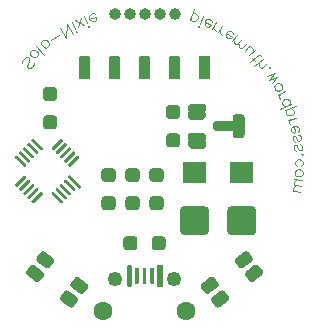
<source format=gbs>
G04 #@! TF.GenerationSoftware,KiCad,Pcbnew,(5.1.12)-1*
G04 #@! TF.CreationDate,2021-11-24T10:48:37+01:00*
G04 #@! TF.ProjectId,solo-nixie,736f6c6f-2d6e-4697-9869-652e6b696361,rev?*
G04 #@! TF.SameCoordinates,Original*
G04 #@! TF.FileFunction,Soldermask,Bot*
G04 #@! TF.FilePolarity,Negative*
%FSLAX46Y46*%
G04 Gerber Fmt 4.6, Leading zero omitted, Abs format (unit mm)*
G04 Created by KiCad (PCBNEW (5.1.12)-1) date 2021-11-24 10:48:37*
%MOMM*%
%LPD*%
G01*
G04 APERTURE LIST*
%ADD10C,0.120000*%
%ADD11O,1.000102X1.000102*%
%ADD12C,1.000102*%
%ADD13C,1.600102*%
%ADD14C,1.250102*%
G04 APERTURE END LIST*
D10*
X195867093Y-89344838D02*
X195973541Y-89342268D01*
X195689880Y-89945576D02*
X195623956Y-89861960D01*
X195192219Y-89733732D02*
X195447928Y-89118055D01*
X195925609Y-90003790D02*
X195819160Y-90006360D01*
X195100897Y-89953616D02*
X195126608Y-90015858D01*
X196113104Y-89828845D02*
X196072581Y-89915033D01*
X197552426Y-90983620D02*
X197434097Y-90903581D01*
X196849052Y-90376080D02*
X196881770Y-90506734D01*
X195988964Y-89980959D02*
X195925609Y-90003790D01*
X197077534Y-89902328D02*
X196734757Y-90474124D01*
X197434097Y-90903581D02*
X197381888Y-90810780D01*
X196532457Y-89608656D02*
X196216250Y-90195561D01*
X195623956Y-89861960D02*
X195578290Y-89735249D01*
X194868534Y-88900123D02*
X194734144Y-88851670D01*
X195595981Y-89585707D02*
X196113104Y-89828845D01*
X194963310Y-89339248D02*
X194995611Y-89249655D01*
X197450314Y-90454637D02*
X197569795Y-90362986D01*
X197396955Y-90533522D02*
X197450314Y-90454637D01*
X195126608Y-90015858D02*
X195064366Y-90041570D01*
X195038654Y-89979328D02*
X195100897Y-89953616D01*
X194999267Y-89099115D02*
X194941975Y-88977221D01*
X194995611Y-89249655D02*
X194999267Y-89099115D01*
X197724115Y-90984771D02*
X197657992Y-90997535D01*
X194941975Y-88977221D02*
X194868534Y-88900123D01*
X196425859Y-90308491D02*
X196551625Y-90376250D01*
X196102821Y-89403052D02*
X196168748Y-89486669D01*
X196351766Y-89944029D02*
X196325930Y-90092382D01*
X194734144Y-88851670D02*
X194628401Y-88864165D01*
X195740383Y-89390503D02*
X195867093Y-89344838D01*
X194748167Y-89514777D02*
X194870060Y-89457486D01*
X197356361Y-90678534D02*
X197396955Y-90533522D01*
X197870276Y-90853676D02*
X197816917Y-90932563D01*
X196938971Y-90596543D02*
X197061497Y-90669995D01*
X196364601Y-90221398D02*
X196425859Y-90308491D01*
X195819160Y-90006360D02*
X195689880Y-89945576D01*
X194628401Y-88864165D02*
X194506505Y-88921456D01*
X196168748Y-89486669D02*
X196214411Y-89613378D01*
X195595981Y-89585707D02*
X195636506Y-89499520D01*
X196072581Y-89915033D02*
X195988964Y-89980959D01*
X197381888Y-90810780D02*
X197356361Y-90678534D01*
X196881770Y-90506734D02*
X196938971Y-90596543D01*
X195064366Y-90041570D02*
X195038654Y-89979328D01*
X197657992Y-90997535D02*
X197552426Y-90983620D01*
X197816917Y-90932563D02*
X197724115Y-90984771D01*
X195636506Y-89499520D02*
X195740383Y-89390503D01*
X196881661Y-90229069D02*
X196849052Y-90376080D01*
X197396955Y-90533522D02*
X197870276Y-90853676D01*
X194870060Y-89457486D02*
X194963310Y-89339248D01*
X196325930Y-90092382D02*
X196364601Y-90221398D01*
X195973541Y-89342268D02*
X196102821Y-89403052D01*
X195578290Y-89735249D02*
X195595981Y-89585707D01*
X181467154Y-92229245D02*
X181464892Y-92363911D01*
X181067670Y-91953123D02*
X181202339Y-91955385D01*
X181815345Y-91220660D02*
X181927020Y-91131571D01*
X185808426Y-89242642D02*
X185808328Y-89092058D01*
X182402581Y-91422260D02*
X182387523Y-91556102D01*
X182165009Y-91124461D02*
X182291323Y-91206438D01*
X182126948Y-91763979D02*
X181993106Y-91748920D01*
X181346977Y-91625478D02*
X182007104Y-92376631D01*
X184764119Y-90482924D02*
X184700387Y-90461170D01*
X183943783Y-89784309D02*
X184431392Y-90657372D01*
X182572898Y-91154410D02*
X183283218Y-90674681D01*
X185100579Y-89224130D02*
X184887849Y-90044841D01*
X194642423Y-89527275D02*
X194748167Y-89514777D01*
X194508034Y-89478820D02*
X194642423Y-89527275D01*
X194434591Y-89401723D02*
X194508034Y-89478820D01*
X194377299Y-89279829D02*
X194434591Y-89401723D01*
X194328847Y-89414218D02*
X194668012Y-88473492D01*
X186184643Y-88865935D02*
X186305149Y-88926091D01*
X185943727Y-88896209D02*
X186079224Y-88850945D01*
X185838602Y-89332972D02*
X185808426Y-89242642D01*
X182231095Y-91741810D02*
X182126948Y-91763979D01*
X185734363Y-89940920D02*
X185795932Y-89968206D01*
X182031166Y-91109403D02*
X182165009Y-91124461D01*
X181202339Y-91955385D02*
X181335877Y-92024981D01*
X186410765Y-89242250D02*
X186395775Y-89347668D01*
X181993106Y-91748920D02*
X181866791Y-91666944D01*
X185868483Y-88971550D02*
X185943727Y-88896209D01*
X184785876Y-90419191D02*
X184764119Y-90482924D01*
X184620675Y-89434053D02*
X185367754Y-89834918D01*
X183361741Y-90109382D02*
X183849351Y-90982444D01*
X181464892Y-92363911D02*
X181429529Y-92464346D01*
X181335877Y-92024981D02*
X181402080Y-92093444D01*
X186079224Y-88850945D02*
X186184643Y-88865935D01*
X185808328Y-89092058D02*
X185868483Y-88971550D01*
X182291323Y-91206438D02*
X182350716Y-91280889D01*
X185929030Y-89453381D02*
X185838602Y-89332972D01*
X186049537Y-89513538D02*
X185929030Y-89453381D01*
X186154956Y-89528527D02*
X186049537Y-89513538D01*
X186290453Y-89483263D02*
X186154956Y-89528527D01*
X186380589Y-89151920D02*
X186410765Y-89242250D01*
X182342770Y-91652721D02*
X182231095Y-91741810D01*
X186365696Y-89407923D02*
X186290453Y-89483263D01*
X184617201Y-90183715D02*
X184323365Y-89585297D01*
X185838602Y-89332972D02*
X186380589Y-89151920D01*
X184722143Y-90397436D02*
X184785876Y-90419191D01*
X181807398Y-91592493D02*
X181755533Y-91451122D01*
X185648651Y-89718788D02*
X185408658Y-89096817D01*
X181770591Y-91317279D02*
X181815345Y-91220660D01*
X180966105Y-91985094D02*
X181067670Y-91953123D01*
X183849351Y-90982444D02*
X183943783Y-89784309D01*
X181866791Y-91666944D02*
X181807398Y-91592493D01*
X181755533Y-91451122D02*
X181770591Y-91317279D01*
X181402080Y-92093444D02*
X181467154Y-92229245D01*
X182387523Y-91556102D02*
X182342770Y-91652721D01*
X186395775Y-89347668D02*
X186365696Y-89407923D01*
X181927020Y-91131571D02*
X182031166Y-91109403D01*
X185768647Y-90029774D02*
X185707077Y-90002489D01*
X184700387Y-90461170D02*
X184722143Y-90397436D01*
X180863407Y-92084399D02*
X180966105Y-91985094D01*
X185795932Y-89968206D02*
X185768647Y-90029774D01*
X181429529Y-92464346D02*
X181326831Y-92563653D01*
X182350716Y-91280889D02*
X182402581Y-91422260D01*
X180828045Y-92184834D02*
X180863407Y-92084399D01*
X185707077Y-90002489D02*
X185734363Y-89940920D01*
X180605894Y-93198137D02*
X180726401Y-92922128D01*
X180581020Y-93368018D02*
X180577518Y-93300767D01*
X180690649Y-93530899D02*
X180619896Y-93467146D01*
X181143916Y-93170139D02*
X181083664Y-93308144D01*
X181136917Y-93035633D02*
X181143916Y-93170139D01*
X181326831Y-92563653D02*
X181225265Y-92595624D01*
X181083664Y-93308144D02*
X180956157Y-93449649D01*
X180825783Y-92319503D02*
X180828045Y-92184834D01*
X180890857Y-92455302D02*
X180825783Y-92319503D01*
X180751278Y-92752247D02*
X180712403Y-92653118D01*
X180957059Y-92523767D02*
X180890857Y-92455302D01*
X180213259Y-92780245D02*
X180153005Y-92918251D01*
X180340764Y-92638740D02*
X180213259Y-92780245D01*
X180577518Y-93300767D02*
X180605894Y-93198137D01*
X180956157Y-93449649D02*
X180825152Y-93523900D01*
X181090597Y-92593361D02*
X180957059Y-92523767D01*
X181225265Y-92595624D02*
X181090597Y-92593361D01*
X180153005Y-92918251D02*
X180160005Y-93052754D01*
X180712403Y-92653118D02*
X180606274Y-92557489D01*
X180754779Y-92819500D02*
X180751278Y-92752247D01*
X180471769Y-92564489D02*
X180340764Y-92638740D01*
X180726401Y-92922128D02*
X180754779Y-92819500D01*
X180619896Y-93467146D02*
X180581020Y-93368018D01*
X180825152Y-93523900D02*
X180690649Y-93530899D01*
X180606274Y-92557489D02*
X180471769Y-92564489D01*
X200150853Y-93215919D02*
X200174606Y-93319715D01*
X200170378Y-93014834D02*
X200150853Y-93215919D01*
X197925937Y-90431411D02*
X197978145Y-90524214D01*
X199300544Y-91732729D02*
X199433885Y-91662756D01*
X198457813Y-91589359D02*
X198501987Y-91686245D01*
X198843941Y-91717571D02*
X199143132Y-91347109D01*
X198717137Y-91798792D02*
X198843941Y-91717571D01*
X198094478Y-91357136D02*
X198205617Y-91446892D01*
X197978145Y-90524214D02*
X198003672Y-90656458D01*
X197702042Y-90337458D02*
X197807608Y-90351374D01*
X201070510Y-93442658D02*
X201137116Y-93452583D01*
X198050304Y-91260251D02*
X198094478Y-91357136D01*
X200174606Y-93319715D02*
X200265386Y-93430018D01*
X198205617Y-91446892D02*
X198309628Y-91469683D01*
X199674165Y-91893792D02*
X199678127Y-92095783D01*
X198970495Y-92075987D02*
X199300544Y-91732729D01*
X200503239Y-93419282D02*
X200870922Y-93116679D01*
X201663219Y-95387346D02*
X201575244Y-95327362D01*
X202087910Y-94877890D02*
X202157491Y-95002659D01*
X202023921Y-95349763D02*
X201940744Y-95396149D01*
X202162290Y-95109028D02*
X202125496Y-95238593D01*
X201999936Y-94817906D02*
X202087910Y-94877890D01*
X200538058Y-92712231D02*
X199765928Y-93347696D01*
X199638517Y-91793455D02*
X199674165Y-91893792D01*
X199593196Y-92677972D02*
X199819630Y-92922591D01*
X198501987Y-91686245D02*
X198613126Y-91776000D01*
X198028921Y-91059355D02*
X198050304Y-91260251D01*
X201537659Y-94966659D02*
X201639231Y-94855490D01*
X199445618Y-93009243D02*
X200039696Y-92459331D01*
X197807608Y-90351374D02*
X197925937Y-90431411D01*
X198309628Y-91469683D02*
X198436432Y-91388464D01*
X201050745Y-94476899D02*
X201712560Y-94270195D01*
X200841645Y-94158462D02*
X201503463Y-93951759D01*
X198436432Y-91388464D02*
X198457813Y-91589359D01*
X200176881Y-92397233D02*
X200276523Y-92434776D01*
X198328113Y-90688892D02*
X197909246Y-91207540D01*
X198613126Y-91776000D02*
X198717137Y-91798792D01*
X201914762Y-95861209D02*
X201913550Y-95967679D01*
X201958802Y-95733925D02*
X201914762Y-95861209D01*
X199433885Y-91662756D02*
X199535540Y-91694442D01*
X202066486Y-95628663D02*
X201958802Y-95733925D01*
X198436432Y-91388464D02*
X198735621Y-91018002D01*
X202409136Y-95462180D02*
X201809500Y-95753525D01*
X201505664Y-95202595D02*
X201500867Y-95096224D01*
X201060584Y-93509264D02*
X201070510Y-93442658D01*
X199535540Y-91694442D02*
X199638517Y-91793455D01*
X201575244Y-95327362D02*
X201505664Y-95202595D01*
X201792783Y-95424139D02*
X201663219Y-95387346D01*
X200362675Y-93473294D02*
X200503239Y-93419282D01*
X197569795Y-90362986D02*
X197702042Y-90337458D01*
X201940744Y-95396149D02*
X201792783Y-95424139D01*
X202125496Y-95238593D02*
X202023921Y-95349763D01*
X202157491Y-95002659D02*
X202162290Y-95109028D01*
X199348078Y-92439040D02*
X199810147Y-91958481D01*
X201870371Y-94781114D02*
X201999936Y-94817906D01*
X201722411Y-94809103D02*
X201870371Y-94781114D01*
X200039696Y-92459331D02*
X200176881Y-92397233D01*
X201639231Y-94855490D02*
X201722411Y-94809103D01*
X201500867Y-95096224D02*
X201537659Y-94966659D01*
X201712560Y-94270195D02*
X201259842Y-94795338D01*
X201503463Y-93951759D02*
X201050745Y-94476899D01*
X201137116Y-93452583D02*
X201127192Y-93519191D01*
X200265386Y-93430018D02*
X200362675Y-93473294D01*
X200276523Y-92434776D02*
X200341217Y-92504669D01*
X203901820Y-101605967D02*
X203854108Y-101701160D01*
X203279394Y-99993373D02*
X203378759Y-100031645D01*
X203252907Y-102516668D02*
X203211698Y-102418487D01*
X203757958Y-99995122D02*
X203658593Y-99956852D01*
X203576055Y-102681276D02*
X203481025Y-102674971D01*
X203235294Y-101462454D02*
X203283007Y-101367264D01*
X203853397Y-102987231D02*
X203194484Y-102885855D01*
X203303090Y-103432538D02*
X203773743Y-103504951D01*
X203219825Y-103034292D02*
X203158277Y-103121181D01*
X203211698Y-102418487D02*
X203221155Y-102275943D01*
X203481025Y-102674971D02*
X203341633Y-102618000D01*
X203832748Y-100274954D02*
X203819054Y-100132756D01*
X203661412Y-100482816D02*
X203708810Y-100478248D01*
X203886358Y-102320070D02*
X203876903Y-102462613D01*
X203522000Y-102057281D02*
X203617031Y-102063584D01*
X203505516Y-100354311D02*
X203562047Y-100444545D01*
X203901961Y-101463111D02*
X203901820Y-101605967D01*
X203435289Y-100121877D02*
X203505516Y-100354311D01*
X203708810Y-100478248D02*
X203799045Y-100421719D01*
X203521244Y-101224642D02*
X203616482Y-101224734D01*
X203819054Y-100132756D02*
X203757958Y-99995122D01*
X203721751Y-102643218D02*
X203576055Y-102681276D01*
X203235155Y-101605312D02*
X203235294Y-101462454D01*
X203845147Y-102221889D02*
X203886358Y-102320070D01*
X203756421Y-102120557D02*
X203845147Y-102221889D01*
X203617031Y-102063584D02*
X203756421Y-102120557D01*
X203759290Y-101272495D02*
X203854435Y-101367826D01*
X203378339Y-101272121D02*
X203521244Y-101224642D01*
X203378759Y-100031645D02*
X203435289Y-100121877D01*
X203562047Y-100444545D02*
X203661412Y-100482816D01*
X203089482Y-103881467D02*
X203223436Y-103950254D01*
X203854435Y-101367826D02*
X203901961Y-101463111D01*
X203876903Y-102462613D02*
X203823084Y-102554492D01*
X203056899Y-103780094D02*
X203089482Y-103881467D01*
X203274972Y-102184066D02*
X203376304Y-102095339D01*
X203616482Y-101224734D02*
X203759290Y-101272495D01*
X203136554Y-103262377D02*
X203169135Y-103363747D01*
X203823084Y-102554492D02*
X203721751Y-102643218D01*
X203283007Y-101367264D02*
X203378339Y-101272121D01*
X203876755Y-100796921D02*
X203831498Y-100846791D01*
X203223436Y-103950254D02*
X203694089Y-104022667D01*
X203140171Y-103552009D02*
X203078623Y-103638898D01*
X203382745Y-102914819D02*
X203219825Y-103034292D01*
X203854108Y-101701160D02*
X203758775Y-101796304D01*
X203341633Y-102618000D02*
X203252907Y-102516668D01*
X203377824Y-101795929D02*
X203282679Y-101700597D01*
X203078623Y-103638898D02*
X203056899Y-103780094D01*
X203282679Y-101700597D02*
X203235155Y-101605312D01*
X203826890Y-100751663D02*
X203876755Y-100796921D01*
X203781631Y-100801530D02*
X203826890Y-100751663D01*
X203376304Y-102095339D02*
X203522000Y-102057281D01*
X203799045Y-100421719D02*
X203832748Y-100274954D01*
X203303090Y-103432538D02*
X203140171Y-103552009D01*
X203169135Y-103363747D02*
X203303090Y-103432538D01*
X203221155Y-102275943D02*
X203274972Y-102184066D01*
X203158277Y-103121181D02*
X203136554Y-103262377D01*
X202916956Y-98579109D02*
X202989376Y-98465550D01*
X202921889Y-98821871D02*
X202891034Y-98682386D01*
X203125739Y-97273614D02*
X203140053Y-97168100D01*
X202988955Y-98904575D02*
X202921889Y-98821871D01*
X203242001Y-98946138D02*
X203149012Y-98966709D01*
X202694572Y-96167683D02*
X202775233Y-96237195D01*
X202401459Y-97067911D02*
X203347883Y-96744983D01*
X202953885Y-97812787D02*
X202829104Y-97897084D01*
X203140053Y-97168100D02*
X203093918Y-97032897D01*
X202946533Y-97485706D02*
X203066358Y-97394505D01*
X203320792Y-97710302D02*
X202678704Y-97889653D01*
X202705815Y-97517525D02*
X202856396Y-97516460D01*
X203361337Y-98383266D02*
X203474896Y-98455685D01*
X202829104Y-97897084D02*
X202763001Y-98014432D01*
X202830315Y-96369005D02*
X202823101Y-96475240D01*
X202891034Y-98682386D02*
X202916956Y-98579109D01*
X203404896Y-99571331D02*
X203466732Y-99658015D01*
X203169152Y-100338868D02*
X203155458Y-100196668D01*
X202218483Y-96263420D02*
X202331931Y-96164400D01*
X202462969Y-97248183D02*
X202509102Y-97383387D01*
X203068212Y-99576075D02*
X203046019Y-99434951D01*
X203137445Y-99709798D02*
X203068212Y-99576075D01*
X203211566Y-98367626D02*
X203361337Y-98383266D01*
X203149012Y-98966709D02*
X203045735Y-98940784D01*
X202536663Y-97021779D02*
X202477283Y-97142670D01*
X202509102Y-97383387D02*
X202584925Y-97458144D01*
X203018096Y-96958139D02*
X202897204Y-96898759D01*
X203541961Y-98538388D02*
X203572821Y-98677874D01*
X202763001Y-98014432D02*
X202742758Y-98118970D01*
X203066358Y-97394505D02*
X203125739Y-97273614D01*
X202477283Y-97142670D02*
X202462969Y-97248183D01*
X203704592Y-99331384D02*
X203635358Y-99197659D01*
X203701937Y-99621027D02*
X203726785Y-99472506D01*
X203118575Y-98388199D02*
X203242001Y-98946138D01*
X203546897Y-98781148D02*
X203474476Y-98894711D01*
X203093918Y-97032897D02*
X203018096Y-96958139D01*
X203045735Y-98940784D02*
X202988955Y-98904575D01*
X202823101Y-96475240D02*
X202771949Y-96599836D01*
X202989376Y-98465550D02*
X203118575Y-98388199D01*
X202331931Y-96164400D02*
X202419804Y-96127678D01*
X203189161Y-100049904D02*
X203279394Y-99993373D01*
X202742758Y-98118970D02*
X202781191Y-98256560D01*
X203155458Y-100196668D02*
X203189161Y-100049904D01*
X203329614Y-100514771D02*
X203230249Y-100476502D01*
X203466732Y-99658015D02*
X203568212Y-99690262D01*
X203118575Y-98388199D02*
X203211566Y-98367626D01*
X203320866Y-99343524D02*
X203404896Y-99571331D01*
X202856396Y-97516460D02*
X202946533Y-97485706D01*
X202569976Y-96116531D02*
X202694572Y-96167683D01*
X202775233Y-96237195D02*
X202830315Y-96369005D01*
X203230249Y-100476502D02*
X203169152Y-100338868D01*
X203635358Y-99197659D02*
X203533879Y-99165413D01*
X203726785Y-99472506D02*
X203704592Y-99331384D01*
X203474896Y-98455685D02*
X203541961Y-98538388D01*
X202584925Y-97458144D02*
X202705815Y-97517525D01*
X202419804Y-96127678D02*
X202569976Y-96116531D01*
X203572821Y-98677874D02*
X203546897Y-98781148D01*
X203615253Y-99682864D02*
X203701937Y-99621027D01*
X203568212Y-99690262D02*
X203615253Y-99682864D01*
X203259031Y-99256840D02*
X203320866Y-99343524D01*
X203157550Y-99224596D02*
X203259031Y-99256840D01*
X203070868Y-99286429D02*
X203157550Y-99224596D01*
X203046019Y-99434951D02*
X203070868Y-99286429D01*
X203238925Y-99742045D02*
X203137445Y-99709798D01*
X201913550Y-95967679D02*
X201975981Y-96096173D01*
X202167333Y-96388017D02*
X202218483Y-96263420D01*
X202160117Y-96494251D02*
X202167333Y-96388017D01*
X202295860Y-96695573D02*
X202215199Y-96626062D01*
X201981088Y-96930338D02*
X202903760Y-96544752D01*
X202215199Y-96626062D02*
X202160117Y-96494251D01*
X202420454Y-96746725D02*
X202295860Y-96695573D01*
G36*
G01*
X197472949Y-107238534D02*
X197472949Y-105613466D01*
G75*
G02*
X197910466Y-105175949I437517J0D01*
G01*
X199535534Y-105175949D01*
G75*
G02*
X199973051Y-105613466I0J-437517D01*
G01*
X199973051Y-107238534D01*
G75*
G02*
X199535534Y-107676051I-437517J0D01*
G01*
X197910466Y-107676051D01*
G75*
G02*
X197472949Y-107238534I0J437517D01*
G01*
G37*
G36*
G01*
X193472949Y-107238534D02*
X193472949Y-105613466D01*
G75*
G02*
X193910466Y-105175949I437517J0D01*
G01*
X195535534Y-105175949D01*
G75*
G02*
X195973051Y-105613466I0J-437517D01*
G01*
X195973051Y-107238534D01*
G75*
G02*
X195535534Y-107676051I-437517J0D01*
G01*
X193910466Y-107676051D01*
G75*
G02*
X193472949Y-107238534I0J437517D01*
G01*
G37*
D11*
X187960000Y-88900000D03*
X189230000Y-88900000D03*
X190500000Y-88900000D03*
X191770000Y-88900000D03*
D12*
X193040000Y-88900000D03*
G36*
G01*
X197964949Y-99175026D02*
X197964949Y-97674974D01*
G75*
G02*
X198214974Y-97424949I250025J0D01*
G01*
X198715026Y-97424949D01*
G75*
G02*
X198965051Y-97674974I0J-250025D01*
G01*
X198965051Y-99175026D01*
G75*
G02*
X198715026Y-99425051I-250025J0D01*
G01*
X198214974Y-99425051D01*
G75*
G02*
X197964949Y-99175026I0J250025D01*
G01*
G37*
G36*
G01*
X194214949Y-97125026D02*
X194214949Y-96724974D01*
G75*
G02*
X194414974Y-96524949I200025J0D01*
G01*
X195515026Y-96524949D01*
G75*
G02*
X195715051Y-96724974I0J-200025D01*
G01*
X195715051Y-97125026D01*
G75*
G02*
X195515026Y-97325051I-200025J0D01*
G01*
X194414974Y-97325051D01*
G75*
G02*
X194214949Y-97125026I0J200025D01*
G01*
G37*
G36*
G01*
X194214949Y-100125026D02*
X194214949Y-99724974D01*
G75*
G02*
X194414974Y-99524949I200025J0D01*
G01*
X195515026Y-99524949D01*
G75*
G02*
X195715051Y-99724974I0J-200025D01*
G01*
X195715051Y-100125026D01*
G75*
G02*
X195515026Y-100325051I-200025J0D01*
G01*
X194414974Y-100325051D01*
G75*
G02*
X194214949Y-100125026I0J200025D01*
G01*
G37*
G36*
G01*
X196264949Y-98625026D02*
X196264949Y-98224974D01*
G75*
G02*
X196464974Y-98024949I200025J0D01*
G01*
X198565026Y-98024949D01*
G75*
G02*
X198765051Y-98224974I0J-200025D01*
G01*
X198765051Y-98625026D01*
G75*
G02*
X198565026Y-98825051I-200025J0D01*
G01*
X196464974Y-98825051D01*
G75*
G02*
X196264949Y-98625026I0J200025D01*
G01*
G37*
G36*
G01*
X194164949Y-97675026D02*
X194164949Y-97274974D01*
G75*
G02*
X194364974Y-97074949I200025J0D01*
G01*
X195465026Y-97074949D01*
G75*
G02*
X195665051Y-97274974I0J-200025D01*
G01*
X195665051Y-97675026D01*
G75*
G02*
X195465026Y-97875051I-200025J0D01*
G01*
X194364974Y-97875051D01*
G75*
G02*
X194164949Y-97675026I0J200025D01*
G01*
G37*
G36*
G01*
X194164949Y-99575026D02*
X194164949Y-99174974D01*
G75*
G02*
X194364974Y-98974949I200025J0D01*
G01*
X195465026Y-98974949D01*
G75*
G02*
X195665051Y-99174974I0J-200025D01*
G01*
X195665051Y-99575026D01*
G75*
G02*
X195465026Y-99775051I-200025J0D01*
G01*
X194364974Y-99775051D01*
G75*
G02*
X194164949Y-99575026I0J200025D01*
G01*
G37*
G36*
G01*
X188210026Y-94472051D02*
X187709974Y-94472051D01*
G75*
G02*
X187459949Y-94222026I0J250025D01*
G01*
X187459949Y-92721974D01*
G75*
G02*
X187709974Y-92471949I250025J0D01*
G01*
X188210026Y-92471949D01*
G75*
G02*
X188460051Y-92721974I0J-250025D01*
G01*
X188460051Y-94222026D01*
G75*
G02*
X188210026Y-94472051I-250025J0D01*
G01*
G37*
G36*
G01*
X193290026Y-94472051D02*
X192789974Y-94472051D01*
G75*
G02*
X192539949Y-94222026I0J250025D01*
G01*
X192539949Y-92721974D01*
G75*
G02*
X192789974Y-92471949I250025J0D01*
G01*
X193290026Y-92471949D01*
G75*
G02*
X193540051Y-92721974I0J-250025D01*
G01*
X193540051Y-94222026D01*
G75*
G02*
X193290026Y-94472051I-250025J0D01*
G01*
G37*
G36*
G01*
X185670026Y-94472051D02*
X185169974Y-94472051D01*
G75*
G02*
X184919949Y-94222026I0J250025D01*
G01*
X184919949Y-92721974D01*
G75*
G02*
X185169974Y-92471949I250025J0D01*
G01*
X185670026Y-92471949D01*
G75*
G02*
X185920051Y-92721974I0J-250025D01*
G01*
X185920051Y-94222026D01*
G75*
G02*
X185670026Y-94472051I-250025J0D01*
G01*
G37*
G36*
G01*
X190750026Y-94472051D02*
X190249974Y-94472051D01*
G75*
G02*
X189999949Y-94222026I0J250025D01*
G01*
X189999949Y-92721974D01*
G75*
G02*
X190249974Y-92471949I250025J0D01*
G01*
X190750026Y-92471949D01*
G75*
G02*
X191000051Y-92721974I0J-250025D01*
G01*
X191000051Y-94222026D01*
G75*
G02*
X190750026Y-94472051I-250025J0D01*
G01*
G37*
G36*
G01*
X196080000Y-94472051D02*
X195080000Y-94472051D01*
G75*
G02*
X195079949Y-94472000I0J51D01*
G01*
X195079949Y-92472000D01*
G75*
G02*
X195080000Y-92471949I51J0D01*
G01*
X196080000Y-92471949D01*
G75*
G02*
X196080051Y-92472000I0J-51D01*
G01*
X196080051Y-94472000D01*
G75*
G02*
X196080000Y-94472051I-51J0D01*
G01*
G37*
G36*
G01*
X182812841Y-109953353D02*
X182496857Y-110372678D01*
G75*
G02*
X182129204Y-110424349I-209662J157991D01*
G01*
X181430356Y-109897730D01*
G75*
G02*
X181378685Y-109530077I157991J209662D01*
G01*
X181694669Y-109110752D01*
G75*
G02*
X182062322Y-109059081I209662J-157991D01*
G01*
X182761170Y-109585700D01*
G75*
G02*
X182812841Y-109953353I-157991J-209662D01*
G01*
G37*
G36*
G01*
X185687929Y-112119887D02*
X185371945Y-112539212D01*
G75*
G02*
X185004292Y-112590883I-209662J157991D01*
G01*
X184305444Y-112064264D01*
G75*
G02*
X184253773Y-111696611I157991J209662D01*
G01*
X184569757Y-111277286D01*
G75*
G02*
X184937410Y-111225615I209662J-157991D01*
G01*
X185636258Y-111752234D01*
G75*
G02*
X185687929Y-112119887I-157991J-209662D01*
G01*
G37*
G36*
G01*
X181946227Y-111103389D02*
X181630243Y-111522714D01*
G75*
G02*
X181262590Y-111574385I-209662J157991D01*
G01*
X180563742Y-111047766D01*
G75*
G02*
X180512071Y-110680113I157991J209662D01*
G01*
X180828055Y-110260788D01*
G75*
G02*
X181195708Y-110209117I209662J-157991D01*
G01*
X181894556Y-110735736D01*
G75*
G02*
X181946227Y-111103389I-157991J-209662D01*
G01*
G37*
G36*
G01*
X184821315Y-113269923D02*
X184505331Y-113689248D01*
G75*
G02*
X184137678Y-113740919I-209662J157991D01*
G01*
X183438830Y-113214300D01*
G75*
G02*
X183387159Y-112846647I157991J209662D01*
G01*
X183703143Y-112427322D01*
G75*
G02*
X184070796Y-112375651I209662J-157991D01*
G01*
X184769644Y-112902270D01*
G75*
G02*
X184821315Y-113269923I-157991J-209662D01*
G01*
G37*
G36*
G01*
X196430243Y-111277286D02*
X196746227Y-111696611D01*
G75*
G02*
X196694556Y-112064264I-209662J-157991D01*
G01*
X195995708Y-112590883D01*
G75*
G02*
X195628055Y-112539212I-157991J209662D01*
G01*
X195312071Y-112119887D01*
G75*
G02*
X195363742Y-111752234I209662J157991D01*
G01*
X196062590Y-111225615D01*
G75*
G02*
X196430243Y-111277286I157991J-209662D01*
G01*
G37*
G36*
G01*
X199305331Y-109110752D02*
X199621315Y-109530077D01*
G75*
G02*
X199569644Y-109897730I-209662J-157991D01*
G01*
X198870796Y-110424349D01*
G75*
G02*
X198503143Y-110372678I-157991J209662D01*
G01*
X198187159Y-109953353D01*
G75*
G02*
X198238830Y-109585700I209662J157991D01*
G01*
X198937678Y-109059081D01*
G75*
G02*
X199305331Y-109110752I157991J-209662D01*
G01*
G37*
G36*
G01*
X197296857Y-112427322D02*
X197612841Y-112846647D01*
G75*
G02*
X197561170Y-113214300I-209662J-157991D01*
G01*
X196862322Y-113740919D01*
G75*
G02*
X196494669Y-113689248I-157991J209662D01*
G01*
X196178685Y-113269923D01*
G75*
G02*
X196230356Y-112902270I209662J157991D01*
G01*
X196929204Y-112375651D01*
G75*
G02*
X197296857Y-112427322I157991J-209662D01*
G01*
G37*
G36*
G01*
X200171945Y-110260788D02*
X200487929Y-110680113D01*
G75*
G02*
X200436258Y-111047766I-209662J-157991D01*
G01*
X199737410Y-111574385D01*
G75*
G02*
X199369757Y-111522714I-157991J209662D01*
G01*
X199053773Y-111103389D01*
G75*
G02*
X199105444Y-110735736I209662J157991D01*
G01*
X199804292Y-110209117D01*
G75*
G02*
X200171945Y-110260788I157991J-209662D01*
G01*
G37*
D13*
X187000000Y-114050000D03*
X194000000Y-114050000D03*
D14*
X188000000Y-111350000D03*
X193000000Y-111350000D03*
G36*
G01*
X189425051Y-110312474D02*
X189425051Y-111887526D01*
G75*
G02*
X189312526Y-112000051I-112525J0D01*
G01*
X189087474Y-112000051D01*
G75*
G02*
X188974949Y-111887526I0J112525D01*
G01*
X188974949Y-110312474D01*
G75*
G02*
X189087474Y-110199949I112525J0D01*
G01*
X189312526Y-110199949D01*
G75*
G02*
X189425051Y-110312474I0J-112525D01*
G01*
G37*
G36*
G01*
X190000051Y-110474974D02*
X190000051Y-111725026D01*
G75*
G02*
X189925026Y-111800051I-75025J0D01*
G01*
X189774974Y-111800051D01*
G75*
G02*
X189699949Y-111725026I0J75025D01*
G01*
X189699949Y-110474974D01*
G75*
G02*
X189774974Y-110399949I75025J0D01*
G01*
X189925026Y-110399949D01*
G75*
G02*
X190000051Y-110474974I0J-75025D01*
G01*
G37*
G36*
G01*
X190650051Y-110474974D02*
X190650051Y-111725026D01*
G75*
G02*
X190575026Y-111800051I-75025J0D01*
G01*
X190424974Y-111800051D01*
G75*
G02*
X190349949Y-111725026I0J75025D01*
G01*
X190349949Y-110474974D01*
G75*
G02*
X190424974Y-110399949I75025J0D01*
G01*
X190575026Y-110399949D01*
G75*
G02*
X190650051Y-110474974I0J-75025D01*
G01*
G37*
G36*
G01*
X191300051Y-110474974D02*
X191300051Y-111725026D01*
G75*
G02*
X191225026Y-111800051I-75025J0D01*
G01*
X191074974Y-111800051D01*
G75*
G02*
X190999949Y-111725026I0J75025D01*
G01*
X190999949Y-110474974D01*
G75*
G02*
X191074974Y-110399949I75025J0D01*
G01*
X191225026Y-110399949D01*
G75*
G02*
X191300051Y-110474974I0J-75025D01*
G01*
G37*
G36*
G01*
X192025051Y-110200000D02*
X192025051Y-112000000D01*
G75*
G02*
X192025000Y-112000051I-51J0D01*
G01*
X191575000Y-112000051D01*
G75*
G02*
X191574949Y-112000000I0J51D01*
G01*
X191574949Y-110200000D01*
G75*
G02*
X191575000Y-110199949I51J0D01*
G01*
X192025000Y-110199949D01*
G75*
G02*
X192025051Y-110200000I0J-51D01*
G01*
G37*
G36*
G01*
X193723000Y-101486949D02*
X195723000Y-101486949D01*
G75*
G02*
X195723051Y-101487000I0J-51D01*
G01*
X195723051Y-103237000D01*
G75*
G02*
X195723000Y-103237051I-51J0D01*
G01*
X193723000Y-103237051D01*
G75*
G02*
X193722949Y-103237000I0J51D01*
G01*
X193722949Y-101487000D01*
G75*
G02*
X193723000Y-101486949I51J0D01*
G01*
G37*
G36*
G01*
X199723051Y-101487000D02*
X199723051Y-103237000D01*
G75*
G02*
X199723000Y-103237051I-51J0D01*
G01*
X197723000Y-103237051D01*
G75*
G02*
X197722949Y-103237000I0J51D01*
G01*
X197722949Y-101487000D01*
G75*
G02*
X197723000Y-101486949I51J0D01*
G01*
X199723000Y-101486949D01*
G75*
G02*
X199723051Y-101487000I0J-51D01*
G01*
G37*
G36*
G01*
X184976255Y-101094808D02*
X184216078Y-101854985D01*
G75*
G02*
X184127654Y-101854985I-44212J44212D01*
G01*
X184039229Y-101766560D01*
G75*
G02*
X184039229Y-101678136I44212J44212D01*
G01*
X184799406Y-100917959D01*
G75*
G02*
X184887830Y-100917959I44212J-44212D01*
G01*
X184976255Y-101006384D01*
G75*
G02*
X184976255Y-101094808I-44212J-44212D01*
G01*
G37*
G36*
G01*
X184622701Y-100741254D02*
X183862524Y-101501431D01*
G75*
G02*
X183774100Y-101501431I-44212J44212D01*
G01*
X183685675Y-101413006D01*
G75*
G02*
X183685675Y-101324582I44212J44212D01*
G01*
X184445852Y-100564405D01*
G75*
G02*
X184534276Y-100564405I44212J-44212D01*
G01*
X184622701Y-100652830D01*
G75*
G02*
X184622701Y-100741254I-44212J-44212D01*
G01*
G37*
G36*
G01*
X184269148Y-100387701D02*
X183508971Y-101147878D01*
G75*
G02*
X183420547Y-101147878I-44212J44212D01*
G01*
X183332122Y-101059453D01*
G75*
G02*
X183332122Y-100971029I44212J44212D01*
G01*
X184092299Y-100210852D01*
G75*
G02*
X184180723Y-100210852I44212J-44212D01*
G01*
X184269148Y-100299277D01*
G75*
G02*
X184269148Y-100387701I-44212J-44212D01*
G01*
G37*
G36*
G01*
X183915595Y-100034148D02*
X183155418Y-100794325D01*
G75*
G02*
X183066994Y-100794325I-44212J44212D01*
G01*
X182978569Y-100705900D01*
G75*
G02*
X182978569Y-100617476I44212J44212D01*
G01*
X183738746Y-99857299D01*
G75*
G02*
X183827170Y-99857299I44212J-44212D01*
G01*
X183915595Y-99945724D01*
G75*
G02*
X183915595Y-100034148I-44212J-44212D01*
G01*
G37*
G36*
G01*
X183562041Y-99680594D02*
X182801864Y-100440771D01*
G75*
G02*
X182713440Y-100440771I-44212J44212D01*
G01*
X182625015Y-100352346D01*
G75*
G02*
X182625015Y-100263922I44212J44212D01*
G01*
X183385192Y-99503745D01*
G75*
G02*
X183473616Y-99503745I44212J-44212D01*
G01*
X183562041Y-99592170D01*
G75*
G02*
X183562041Y-99680594I-44212J-44212D01*
G01*
G37*
G36*
G01*
X181864985Y-100352346D02*
X181776560Y-100440771D01*
G75*
G02*
X181688136Y-100440771I-44212J44212D01*
G01*
X180927959Y-99680594D01*
G75*
G02*
X180927959Y-99592170I44212J44212D01*
G01*
X181016384Y-99503745D01*
G75*
G02*
X181104808Y-99503745I44212J-44212D01*
G01*
X181864985Y-100263922D01*
G75*
G02*
X181864985Y-100352346I-44212J-44212D01*
G01*
G37*
G36*
G01*
X181511431Y-100705900D02*
X181423006Y-100794325D01*
G75*
G02*
X181334582Y-100794325I-44212J44212D01*
G01*
X180574405Y-100034148D01*
G75*
G02*
X180574405Y-99945724I44212J44212D01*
G01*
X180662830Y-99857299D01*
G75*
G02*
X180751254Y-99857299I44212J-44212D01*
G01*
X181511431Y-100617476D01*
G75*
G02*
X181511431Y-100705900I-44212J-44212D01*
G01*
G37*
G36*
G01*
X181157878Y-101059453D02*
X181069453Y-101147878D01*
G75*
G02*
X180981029Y-101147878I-44212J44212D01*
G01*
X180220852Y-100387701D01*
G75*
G02*
X180220852Y-100299277I44212J44212D01*
G01*
X180309277Y-100210852D01*
G75*
G02*
X180397701Y-100210852I44212J-44212D01*
G01*
X181157878Y-100971029D01*
G75*
G02*
X181157878Y-101059453I-44212J-44212D01*
G01*
G37*
G36*
G01*
X180804325Y-101413006D02*
X180715900Y-101501431D01*
G75*
G02*
X180627476Y-101501431I-44212J44212D01*
G01*
X179867299Y-100741254D01*
G75*
G02*
X179867299Y-100652830I44212J44212D01*
G01*
X179955724Y-100564405D01*
G75*
G02*
X180044148Y-100564405I44212J-44212D01*
G01*
X180804325Y-101324582D01*
G75*
G02*
X180804325Y-101413006I-44212J-44212D01*
G01*
G37*
G36*
G01*
X180450771Y-101766560D02*
X180362346Y-101854985D01*
G75*
G02*
X180273922Y-101854985I-44212J44212D01*
G01*
X179513745Y-101094808D01*
G75*
G02*
X179513745Y-101006384I44212J44212D01*
G01*
X179602170Y-100917959D01*
G75*
G02*
X179690594Y-100917959I44212J-44212D01*
G01*
X180450771Y-101678136D01*
G75*
G02*
X180450771Y-101766560I-44212J-44212D01*
G01*
G37*
G36*
G01*
X180450771Y-102791864D02*
X179690594Y-103552041D01*
G75*
G02*
X179602170Y-103552041I-44212J44212D01*
G01*
X179513745Y-103463616D01*
G75*
G02*
X179513745Y-103375192I44212J44212D01*
G01*
X180273922Y-102615015D01*
G75*
G02*
X180362346Y-102615015I44212J-44212D01*
G01*
X180450771Y-102703440D01*
G75*
G02*
X180450771Y-102791864I-44212J-44212D01*
G01*
G37*
G36*
G01*
X180804325Y-103145418D02*
X180044148Y-103905595D01*
G75*
G02*
X179955724Y-103905595I-44212J44212D01*
G01*
X179867299Y-103817170D01*
G75*
G02*
X179867299Y-103728746I44212J44212D01*
G01*
X180627476Y-102968569D01*
G75*
G02*
X180715900Y-102968569I44212J-44212D01*
G01*
X180804325Y-103056994D01*
G75*
G02*
X180804325Y-103145418I-44212J-44212D01*
G01*
G37*
G36*
G01*
X181157878Y-103498971D02*
X180397701Y-104259148D01*
G75*
G02*
X180309277Y-104259148I-44212J44212D01*
G01*
X180220852Y-104170723D01*
G75*
G02*
X180220852Y-104082299I44212J44212D01*
G01*
X180981029Y-103322122D01*
G75*
G02*
X181069453Y-103322122I44212J-44212D01*
G01*
X181157878Y-103410547D01*
G75*
G02*
X181157878Y-103498971I-44212J-44212D01*
G01*
G37*
G36*
G01*
X181511431Y-103852524D02*
X180751254Y-104612701D01*
G75*
G02*
X180662830Y-104612701I-44212J44212D01*
G01*
X180574405Y-104524276D01*
G75*
G02*
X180574405Y-104435852I44212J44212D01*
G01*
X181334582Y-103675675D01*
G75*
G02*
X181423006Y-103675675I44212J-44212D01*
G01*
X181511431Y-103764100D01*
G75*
G02*
X181511431Y-103852524I-44212J-44212D01*
G01*
G37*
G36*
G01*
X181864985Y-104206078D02*
X181104808Y-104966255D01*
G75*
G02*
X181016384Y-104966255I-44212J44212D01*
G01*
X180927959Y-104877830D01*
G75*
G02*
X180927959Y-104789406I44212J44212D01*
G01*
X181688136Y-104029229D01*
G75*
G02*
X181776560Y-104029229I44212J-44212D01*
G01*
X181864985Y-104117654D01*
G75*
G02*
X181864985Y-104206078I-44212J-44212D01*
G01*
G37*
G36*
G01*
X183562041Y-104877830D02*
X183473616Y-104966255D01*
G75*
G02*
X183385192Y-104966255I-44212J44212D01*
G01*
X182625015Y-104206078D01*
G75*
G02*
X182625015Y-104117654I44212J44212D01*
G01*
X182713440Y-104029229D01*
G75*
G02*
X182801864Y-104029229I44212J-44212D01*
G01*
X183562041Y-104789406D01*
G75*
G02*
X183562041Y-104877830I-44212J-44212D01*
G01*
G37*
G36*
G01*
X183915595Y-104524276D02*
X183827170Y-104612701D01*
G75*
G02*
X183738746Y-104612701I-44212J44212D01*
G01*
X182978569Y-103852524D01*
G75*
G02*
X182978569Y-103764100I44212J44212D01*
G01*
X183066994Y-103675675D01*
G75*
G02*
X183155418Y-103675675I44212J-44212D01*
G01*
X183915595Y-104435852D01*
G75*
G02*
X183915595Y-104524276I-44212J-44212D01*
G01*
G37*
G36*
G01*
X184269148Y-104170723D02*
X184180723Y-104259148D01*
G75*
G02*
X184092299Y-104259148I-44212J44212D01*
G01*
X183332122Y-103498971D01*
G75*
G02*
X183332122Y-103410547I44212J44212D01*
G01*
X183420547Y-103322122D01*
G75*
G02*
X183508971Y-103322122I44212J-44212D01*
G01*
X184269148Y-104082299D01*
G75*
G02*
X184269148Y-104170723I-44212J-44212D01*
G01*
G37*
G36*
G01*
X184622701Y-103817170D02*
X184534276Y-103905595D01*
G75*
G02*
X184445852Y-103905595I-44212J44212D01*
G01*
X183685675Y-103145418D01*
G75*
G02*
X183685675Y-103056994I44212J44212D01*
G01*
X183774100Y-102968569D01*
G75*
G02*
X183862524Y-102968569I44212J-44212D01*
G01*
X184622701Y-103728746D01*
G75*
G02*
X184622701Y-103817170I-44212J-44212D01*
G01*
G37*
G36*
G01*
X185161851Y-103560861D02*
X184985074Y-103737638D01*
G75*
G02*
X184985002Y-103737638I-36J36D01*
G01*
X183995053Y-102747689D01*
G75*
G02*
X183995053Y-102747617I36J36D01*
G01*
X184171830Y-102570840D01*
G75*
G02*
X184171902Y-102570840I36J-36D01*
G01*
X185161851Y-103560789D01*
G75*
G02*
X185161851Y-103560861I-36J-36D01*
G01*
G37*
G36*
G01*
X182799026Y-98701051D02*
X182198974Y-98701051D01*
G75*
G02*
X181898949Y-98401026I0J300025D01*
G01*
X181898949Y-97800974D01*
G75*
G02*
X182198974Y-97500949I300025J0D01*
G01*
X182799026Y-97500949D01*
G75*
G02*
X183099051Y-97800974I0J-300025D01*
G01*
X183099051Y-98401026D01*
G75*
G02*
X182799026Y-98701051I-300025J0D01*
G01*
G37*
G36*
G01*
X182799026Y-96301051D02*
X182198974Y-96301051D01*
G75*
G02*
X181898949Y-96001026I0J300025D01*
G01*
X181898949Y-95400974D01*
G75*
G02*
X182198974Y-95100949I300025J0D01*
G01*
X182799026Y-95100949D01*
G75*
G02*
X183099051Y-95400974I0J-300025D01*
G01*
X183099051Y-96001026D01*
G75*
G02*
X182799026Y-96301051I-300025J0D01*
G01*
G37*
G36*
G01*
X187752026Y-105559051D02*
X187151974Y-105559051D01*
G75*
G02*
X186851949Y-105259026I0J300025D01*
G01*
X186851949Y-104658974D01*
G75*
G02*
X187151974Y-104358949I300025J0D01*
G01*
X187752026Y-104358949D01*
G75*
G02*
X188052051Y-104658974I0J-300025D01*
G01*
X188052051Y-105259026D01*
G75*
G02*
X187752026Y-105559051I-300025J0D01*
G01*
G37*
G36*
G01*
X187752026Y-103159051D02*
X187151974Y-103159051D01*
G75*
G02*
X186851949Y-102859026I0J300025D01*
G01*
X186851949Y-102258974D01*
G75*
G02*
X187151974Y-101958949I300025J0D01*
G01*
X187752026Y-101958949D01*
G75*
G02*
X188052051Y-102258974I0J-300025D01*
G01*
X188052051Y-102859026D01*
G75*
G02*
X187752026Y-103159051I-300025J0D01*
G01*
G37*
G36*
G01*
X193213026Y-100225051D02*
X192612974Y-100225051D01*
G75*
G02*
X192312949Y-99925026I0J300025D01*
G01*
X192312949Y-99324974D01*
G75*
G02*
X192612974Y-99024949I300025J0D01*
G01*
X193213026Y-99024949D01*
G75*
G02*
X193513051Y-99324974I0J-300025D01*
G01*
X193513051Y-99925026D01*
G75*
G02*
X193213026Y-100225051I-300025J0D01*
G01*
G37*
G36*
G01*
X193213026Y-97825051D02*
X192612974Y-97825051D01*
G75*
G02*
X192312949Y-97525026I0J300025D01*
G01*
X192312949Y-96924974D01*
G75*
G02*
X192612974Y-96624949I300025J0D01*
G01*
X193213026Y-96624949D01*
G75*
G02*
X193513051Y-96924974I0J-300025D01*
G01*
X193513051Y-97525026D01*
G75*
G02*
X193213026Y-97825051I-300025J0D01*
G01*
G37*
G36*
G01*
X189183974Y-101958949D02*
X189784026Y-101958949D01*
G75*
G02*
X190084051Y-102258974I0J-300025D01*
G01*
X190084051Y-102859026D01*
G75*
G02*
X189784026Y-103159051I-300025J0D01*
G01*
X189183974Y-103159051D01*
G75*
G02*
X188883949Y-102859026I0J300025D01*
G01*
X188883949Y-102258974D01*
G75*
G02*
X189183974Y-101958949I300025J0D01*
G01*
G37*
G36*
G01*
X189183974Y-104358949D02*
X189784026Y-104358949D01*
G75*
G02*
X190084051Y-104658974I0J-300025D01*
G01*
X190084051Y-105259026D01*
G75*
G02*
X189784026Y-105559051I-300025J0D01*
G01*
X189183974Y-105559051D01*
G75*
G02*
X188883949Y-105259026I0J300025D01*
G01*
X188883949Y-104658974D01*
G75*
G02*
X189183974Y-104358949I300025J0D01*
G01*
G37*
G36*
G01*
X192300051Y-108030974D02*
X192300051Y-108631026D01*
G75*
G02*
X192000026Y-108931051I-300025J0D01*
G01*
X191399974Y-108931051D01*
G75*
G02*
X191099949Y-108631026I0J300025D01*
G01*
X191099949Y-108030974D01*
G75*
G02*
X191399974Y-107730949I300025J0D01*
G01*
X192000026Y-107730949D01*
G75*
G02*
X192300051Y-108030974I0J-300025D01*
G01*
G37*
G36*
G01*
X189900051Y-108030974D02*
X189900051Y-108631026D01*
G75*
G02*
X189600026Y-108931051I-300025J0D01*
G01*
X188999974Y-108931051D01*
G75*
G02*
X188699949Y-108631026I0J300025D01*
G01*
X188699949Y-108030974D01*
G75*
G02*
X188999974Y-107730949I300025J0D01*
G01*
X189600026Y-107730949D01*
G75*
G02*
X189900051Y-108030974I0J-300025D01*
G01*
G37*
G36*
G01*
X191215974Y-101958949D02*
X191816026Y-101958949D01*
G75*
G02*
X192116051Y-102258974I0J-300025D01*
G01*
X192116051Y-102859026D01*
G75*
G02*
X191816026Y-103159051I-300025J0D01*
G01*
X191215974Y-103159051D01*
G75*
G02*
X190915949Y-102859026I0J300025D01*
G01*
X190915949Y-102258974D01*
G75*
G02*
X191215974Y-101958949I300025J0D01*
G01*
G37*
G36*
G01*
X191215974Y-104358949D02*
X191816026Y-104358949D01*
G75*
G02*
X192116051Y-104658974I0J-300025D01*
G01*
X192116051Y-105259026D01*
G75*
G02*
X191816026Y-105559051I-300025J0D01*
G01*
X191215974Y-105559051D01*
G75*
G02*
X190915949Y-105259026I0J300025D01*
G01*
X190915949Y-104658974D01*
G75*
G02*
X191215974Y-104358949I300025J0D01*
G01*
G37*
M02*

</source>
